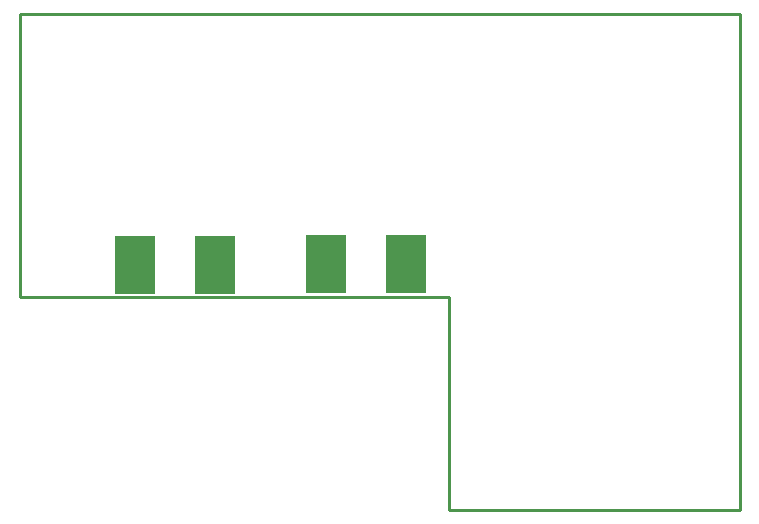
<source format=gbp>
G04*
G04 #@! TF.GenerationSoftware,Altium Limited,Altium Designer,20.2.5 (213)*
G04*
G04 Layer_Color=128*
%FSLAX42Y42*%
%MOMM*%
G71*
G04*
G04 #@! TF.SameCoordinates,652FF055-600A-4CD0-B872-06A474BCBBFF*
G04*
G04*
G04 #@! TF.FilePolarity,Positive*
G04*
G01*
G75*
%ADD12C,0.25*%
%ADD20R,3.50X4.90*%
D12*
X7640Y5300D02*
X10100D01*
X7640D02*
Y7100D01*
X4000D02*
X7640D01*
X4000D02*
Y9500D01*
X10100D01*
Y5300D02*
Y9500D01*
D20*
X5655Y7378D02*
D03*
X4978D02*
D03*
X7275Y7382D02*
D03*
X6598D02*
D03*
M02*

</source>
